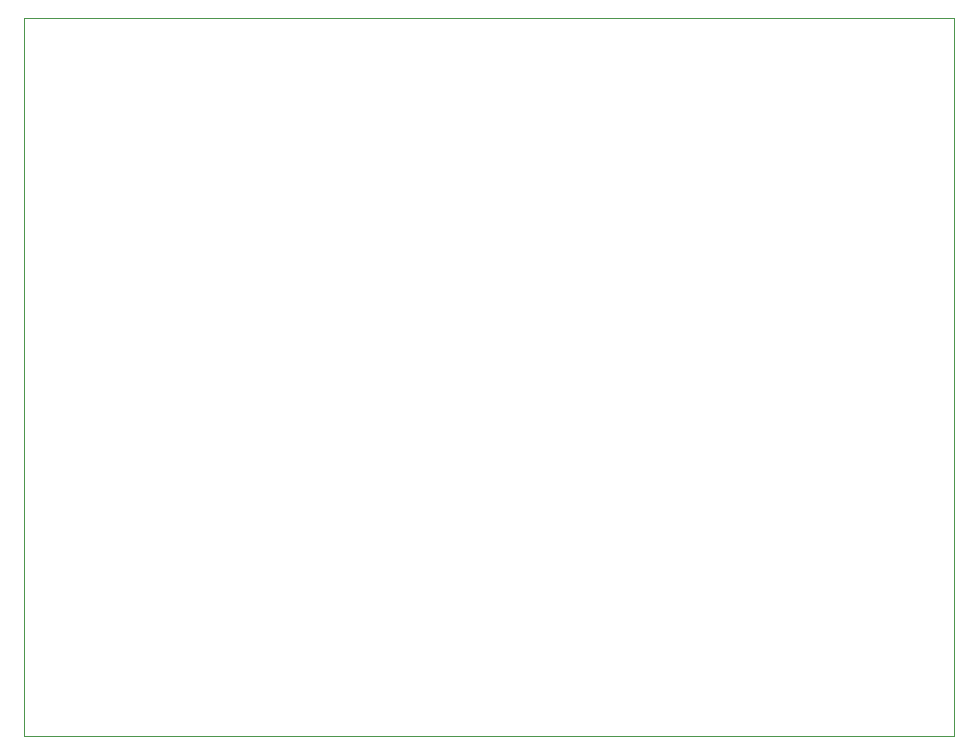
<source format=gbr>
G04 #@! TF.GenerationSoftware,KiCad,Pcbnew,5.1.4-3.fc30*
G04 #@! TF.CreationDate,2019-11-02T10:54:17-07:00*
G04 #@! TF.ProjectId,adampsu,6164616d-7073-4752-9e6b-696361645f70,rev?*
G04 #@! TF.SameCoordinates,Original*
G04 #@! TF.FileFunction,Profile,NP*
%FSLAX46Y46*%
G04 Gerber Fmt 4.6, Leading zero omitted, Abs format (unit mm)*
G04 Created by KiCad (PCBNEW 5.1.4-3.fc30) date 2019-11-02 10:54:17*
%MOMM*%
%LPD*%
G04 APERTURE LIST*
%ADD10C,0.050000*%
G04 APERTURE END LIST*
D10*
X88265000Y-98250000D02*
X167005000Y-98250000D01*
X167005000Y-98250000D02*
X167005000Y-159000000D01*
X88265000Y-159000000D02*
X88265000Y-98250000D01*
X167005000Y-159000000D02*
X88265000Y-159000000D01*
M02*

</source>
